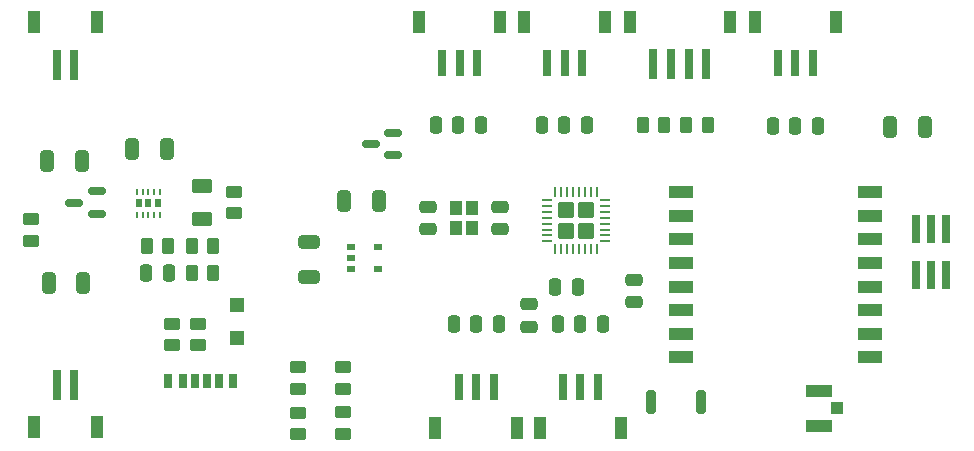
<source format=gbr>
%TF.GenerationSoftware,KiCad,Pcbnew,(6.0.7)*%
%TF.CreationDate,2022-08-09T15:02:55+02:00*%
%TF.ProjectId,LoRaMini-rounded,4c6f5261-4d69-46e6-992d-726f756e6465,rev?*%
%TF.SameCoordinates,Original*%
%TF.FileFunction,Paste,Top*%
%TF.FilePolarity,Positive*%
%FSLAX46Y46*%
G04 Gerber Fmt 4.6, Leading zero omitted, Abs format (unit mm)*
G04 Created by KiCad (PCBNEW (6.0.7)) date 2022-08-09 15:02:55*
%MOMM*%
%LPD*%
G01*
G04 APERTURE LIST*
G04 Aperture macros list*
%AMRoundRect*
0 Rectangle with rounded corners*
0 $1 Rounding radius*
0 $2 $3 $4 $5 $6 $7 $8 $9 X,Y pos of 4 corners*
0 Add a 4 corners polygon primitive as box body*
4,1,4,$2,$3,$4,$5,$6,$7,$8,$9,$2,$3,0*
0 Add four circle primitives for the rounded corners*
1,1,$1+$1,$2,$3*
1,1,$1+$1,$4,$5*
1,1,$1+$1,$6,$7*
1,1,$1+$1,$8,$9*
0 Add four rect primitives between the rounded corners*
20,1,$1+$1,$2,$3,$4,$5,0*
20,1,$1+$1,$4,$5,$6,$7,0*
20,1,$1+$1,$6,$7,$8,$9,0*
20,1,$1+$1,$8,$9,$2,$3,0*%
G04 Aperture macros list end*
%ADD10R,0.700000X0.510000*%
%ADD11R,0.250000X0.500000*%
%ADD12R,0.610000X0.650000*%
%ADD13R,0.700000X1.200000*%
%ADD14R,0.760000X1.200000*%
%ADD15R,0.800000X1.200000*%
%ADD16R,2.200000X1.050000*%
%ADD17R,1.050000X1.000000*%
%ADD18RoundRect,0.250000X-0.475000X0.250000X-0.475000X-0.250000X0.475000X-0.250000X0.475000X0.250000X0*%
%ADD19R,1.100000X1.900000*%
%ADD20R,0.700000X2.300000*%
%ADD21R,2.000000X1.000000*%
%ADD22R,0.740000X2.400000*%
%ADD23RoundRect,0.250000X0.475000X-0.250000X0.475000X0.250000X-0.475000X0.250000X-0.475000X-0.250000X0*%
%ADD24R,0.700000X2.500000*%
%ADD25RoundRect,0.250000X-0.250000X-0.475000X0.250000X-0.475000X0.250000X0.475000X-0.250000X0.475000X0*%
%ADD26R,1.000000X1.150000*%
%ADD27RoundRect,0.250000X0.262500X0.450000X-0.262500X0.450000X-0.262500X-0.450000X0.262500X-0.450000X0*%
%ADD28RoundRect,0.250000X0.325000X0.650000X-0.325000X0.650000X-0.325000X-0.650000X0.325000X-0.650000X0*%
%ADD29RoundRect,0.250000X0.450000X-0.262500X0.450000X0.262500X-0.450000X0.262500X-0.450000X-0.262500X0*%
%ADD30RoundRect,0.250000X-0.325000X-0.650000X0.325000X-0.650000X0.325000X0.650000X-0.325000X0.650000X0*%
%ADD31RoundRect,0.250000X-0.262500X-0.450000X0.262500X-0.450000X0.262500X0.450000X-0.262500X0.450000X0*%
%ADD32R,1.200000X1.200000*%
%ADD33RoundRect,0.250000X-0.625000X0.375000X-0.625000X-0.375000X0.625000X-0.375000X0.625000X0.375000X0*%
%ADD34RoundRect,0.250000X-0.450000X0.262500X-0.450000X-0.262500X0.450000X-0.262500X0.450000X0.262500X0*%
%ADD35RoundRect,0.250000X0.250000X0.475000X-0.250000X0.475000X-0.250000X-0.475000X0.250000X-0.475000X0*%
%ADD36RoundRect,0.250000X-0.650000X0.325000X-0.650000X-0.325000X0.650000X-0.325000X0.650000X0.325000X0*%
%ADD37RoundRect,0.150000X0.587500X0.150000X-0.587500X0.150000X-0.587500X-0.150000X0.587500X-0.150000X0*%
%ADD38RoundRect,0.200000X-0.200000X-0.800000X0.200000X-0.800000X0.200000X0.800000X-0.200000X0.800000X0*%
%ADD39RoundRect,0.062500X0.375000X-0.062500X0.375000X0.062500X-0.375000X0.062500X-0.375000X-0.062500X0*%
%ADD40RoundRect,0.062500X0.062500X-0.375000X0.062500X0.375000X-0.062500X0.375000X-0.062500X-0.375000X0*%
%ADD41RoundRect,0.250000X0.455000X-0.455000X0.455000X0.455000X-0.455000X0.455000X-0.455000X-0.455000X0*%
G04 APERTURE END LIST*
D10*
%TO.C,U2*%
X130700000Y-122367000D03*
X130700000Y-124267000D03*
X128380000Y-124267000D03*
X128380000Y-123317000D03*
X128380000Y-122367000D03*
%TD*%
D11*
%TO.C,U1*%
X110252000Y-117734000D03*
X110752000Y-117734000D03*
X111252000Y-117734000D03*
X111752000Y-117734000D03*
X112252000Y-117734000D03*
X112252000Y-119634000D03*
X111752000Y-119634000D03*
X111252000Y-119634000D03*
X110752000Y-119634000D03*
X110252000Y-119634000D03*
D12*
X111252000Y-118684000D03*
X110452000Y-118684000D03*
X112052000Y-118684000D03*
%TD*%
D13*
%TO.C,J3*%
X116197000Y-133699000D03*
X115197000Y-133699000D03*
D14*
X117217000Y-133699000D03*
X114177000Y-133699000D03*
D15*
X118447000Y-133699000D03*
X112947000Y-133699000D03*
%TD*%
D16*
%TO.C,ANT*%
X168057000Y-137517400D03*
X168057000Y-134567400D03*
D17*
X169582000Y-136042400D03*
%TD*%
D18*
%TO.C,C32*%
X143510000Y-127218400D03*
X143510000Y-129118400D03*
%TD*%
D19*
%TO.C,PA0*%
X151277300Y-137685940D03*
X144378700Y-137680860D03*
D20*
X149327300Y-134185940D03*
X147827300Y-134185940D03*
X146328700Y-134180862D03*
%TD*%
D21*
%TO.C,U4*%
X172338000Y-117714000D03*
X172338000Y-119714000D03*
X172338000Y-121714000D03*
X172338000Y-123714000D03*
X172338000Y-125714000D03*
X172338000Y-127714000D03*
X172338000Y-129714000D03*
X172338000Y-131714000D03*
X156338000Y-131714000D03*
X156338000Y-129714000D03*
X156338000Y-127714000D03*
X156338000Y-125714000D03*
X156338000Y-123714000D03*
X156338000Y-121714000D03*
X156338000Y-119714000D03*
X156338000Y-117714000D03*
%TD*%
D19*
%TO.C,PA15*%
X143031566Y-103309260D03*
X149930166Y-103314340D03*
D20*
X144981566Y-106809260D03*
X146481566Y-106809260D03*
X147980166Y-106814338D03*
%TD*%
D18*
%TO.C,C33*%
X152400000Y-127061000D03*
X152400000Y-125161000D03*
%TD*%
D22*
%TO.C,DEBUG1*%
X176276000Y-124759000D03*
X177546000Y-124759000D03*
X178816000Y-124759000D03*
X176276000Y-120859000D03*
X177546000Y-120859000D03*
X178816000Y-120859000D03*
%TD*%
D23*
%TO.C,C35*%
X134936000Y-118952000D03*
X134936000Y-120852000D03*
%TD*%
D19*
%TO.C,VIN*%
X106935000Y-137644800D03*
X101535000Y-137644800D03*
D24*
X104985000Y-134044800D03*
X103485000Y-134044800D03*
%TD*%
D25*
%TO.C,JP3*%
X148356400Y-112014000D03*
X146456400Y-112014000D03*
X144556400Y-112014000D03*
%TD*%
D26*
%TO.C,Y1*%
X138684000Y-119027000D03*
X138684000Y-120777000D03*
X137284000Y-120777000D03*
X137284000Y-119027000D03*
%TD*%
D19*
%TO.C,PB8*%
X142450800Y-137685940D03*
X135552200Y-137680860D03*
D20*
X140500800Y-134185940D03*
X139000800Y-134185940D03*
X137502200Y-134180862D03*
%TD*%
D25*
%TO.C,JP4*%
X139364800Y-112014000D03*
X137464800Y-112014000D03*
X135564800Y-112014000D03*
%TD*%
D27*
%TO.C,R12*%
X111101500Y-122301000D03*
X112926500Y-122301000D03*
%TD*%
D28*
%TO.C,C14*%
X102665000Y-115062000D03*
X105615000Y-115062000D03*
%TD*%
D29*
%TO.C,R14*%
X118491000Y-117705500D03*
X118491000Y-119530500D03*
%TD*%
D30*
%TO.C,C3*%
X112828600Y-114096800D03*
X109878600Y-114096800D03*
%TD*%
D31*
%TO.C,NTC1*%
X116736500Y-122301000D03*
X114911500Y-122301000D03*
%TD*%
D32*
%TO.C,D2*%
X118745000Y-130051000D03*
X118745000Y-127251000D03*
%TD*%
D25*
%TO.C,C31*%
X147609600Y-125780800D03*
X145709600Y-125780800D03*
%TD*%
D18*
%TO.C,C34*%
X141032000Y-120852000D03*
X141032000Y-118952000D03*
%TD*%
D33*
%TO.C,CHRG*%
X115824000Y-120018000D03*
X115824000Y-117218000D03*
%TD*%
D34*
%TO.C,R35*%
X127762000Y-134389500D03*
X127762000Y-132564500D03*
%TD*%
D28*
%TO.C,C2*%
X127811000Y-118491000D03*
X130761000Y-118491000D03*
%TD*%
D35*
%TO.C,JP5*%
X145928000Y-128930400D03*
X147828000Y-128930400D03*
X149728000Y-128930400D03*
%TD*%
D27*
%TO.C,R31*%
X156770700Y-112064800D03*
X158595700Y-112064800D03*
%TD*%
D29*
%TO.C,R2*%
X113284000Y-128881500D03*
X113284000Y-130706500D03*
%TD*%
D36*
%TO.C,C1*%
X124841000Y-124919000D03*
X124841000Y-121969000D03*
%TD*%
D29*
%TO.C,R11*%
X101346000Y-120015000D03*
X101346000Y-121840000D03*
%TD*%
D30*
%TO.C,C11*%
X105742000Y-125444000D03*
X102792000Y-125444000D03*
%TD*%
D31*
%TO.C,R32*%
X154938100Y-112064800D03*
X153113100Y-112064800D03*
%TD*%
%TO.C,R13*%
X116736500Y-124563000D03*
X114911500Y-124563000D03*
%TD*%
D37*
%TO.C,Q2*%
X130075700Y-113639600D03*
X131950700Y-112689600D03*
X131950700Y-114589600D03*
%TD*%
D19*
%TO.C,PA8*%
X162565100Y-103309260D03*
X169463700Y-103314340D03*
D20*
X164515100Y-106809260D03*
X166015100Y-106809260D03*
X167513700Y-106814338D03*
%TD*%
D30*
%TO.C,C41*%
X176989000Y-112217200D03*
X174039000Y-112217200D03*
%TD*%
D25*
%TO.C,JP1*%
X167914400Y-112115600D03*
X166014400Y-112115600D03*
X164114400Y-112115600D03*
%TD*%
D35*
%TO.C,JP2*%
X137101500Y-128930400D03*
X139001500Y-128930400D03*
X140901500Y-128930400D03*
%TD*%
D19*
%TO.C,BATT*%
X101535000Y-103337500D03*
X106935000Y-103337500D03*
D24*
X103485000Y-106937500D03*
X104985000Y-106937500D03*
%TD*%
D19*
%TO.C,PB3*%
X134150700Y-103309260D03*
X141049300Y-103314340D03*
D20*
X136100700Y-106809260D03*
X137600700Y-106809260D03*
X139099300Y-106814338D03*
%TD*%
D38*
%TO.C,RST*%
X158005200Y-135483600D03*
X153805200Y-135483600D03*
%TD*%
D34*
%TO.C,R33*%
X123952000Y-134389500D03*
X123952000Y-132564500D03*
%TD*%
%TO.C,R34*%
X123952000Y-138218500D03*
X123952000Y-136393500D03*
%TD*%
D39*
%TO.C,U3*%
X145009500Y-121892000D03*
X145009500Y-121392000D03*
X145009500Y-120892000D03*
X145009500Y-120392000D03*
X145009500Y-119892000D03*
X145009500Y-119392000D03*
X145009500Y-118892000D03*
X145009500Y-118392000D03*
D40*
X145697000Y-117704500D03*
X146197000Y-117704500D03*
X146697000Y-117704500D03*
X147197000Y-117704500D03*
X147697000Y-117704500D03*
X148197000Y-117704500D03*
X148697000Y-117704500D03*
X149197000Y-117704500D03*
D39*
X149884500Y-118392000D03*
X149884500Y-118892000D03*
X149884500Y-119392000D03*
X149884500Y-119892000D03*
X149884500Y-120392000D03*
X149884500Y-120892000D03*
X149884500Y-121392000D03*
X149884500Y-121892000D03*
D40*
X149197000Y-122579500D03*
X148697000Y-122579500D03*
X148197000Y-122579500D03*
X147697000Y-122579500D03*
X147197000Y-122579500D03*
X146697000Y-122579500D03*
X146197000Y-122579500D03*
X145697000Y-122579500D03*
D41*
X148322000Y-119267000D03*
X148322000Y-121017000D03*
X146572000Y-119267000D03*
X146572000Y-121017000D03*
%TD*%
D25*
%TO.C,C13*%
X112964000Y-124587000D03*
X111064000Y-124587000D03*
%TD*%
D34*
%TO.C,R36*%
X127762000Y-138199500D03*
X127762000Y-136374500D03*
%TD*%
D29*
%TO.C,R1*%
X115443000Y-128881500D03*
X115443000Y-130706500D03*
%TD*%
D19*
%TO.C,I2C*%
X152047632Y-103302000D03*
X160447632Y-103302000D03*
D24*
X153997632Y-106902000D03*
X155497632Y-106902000D03*
X156997632Y-106902000D03*
X158497632Y-106902000D03*
%TD*%
D37*
%TO.C,Q1*%
X104980500Y-118618000D03*
X106855500Y-117668000D03*
X106855500Y-119568000D03*
%TD*%
M02*

</source>
